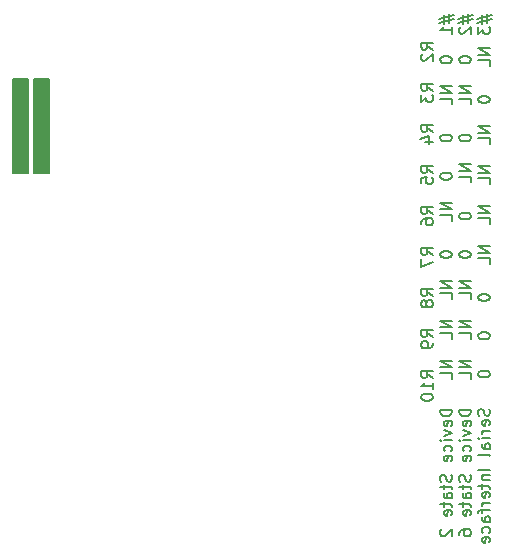
<source format=gbr>
G04 #@! TF.GenerationSoftware,KiCad,Pcbnew,7.0.6*
G04 #@! TF.CreationDate,2023-07-12T10:32:07-06:00*
G04 #@! TF.ProjectId,L1IFStream,4c314946-5374-4726-9561-6d2e6b696361,A*
G04 #@! TF.SameCoordinates,Original*
G04 #@! TF.FileFunction,Legend,Bot*
G04 #@! TF.FilePolarity,Positive*
%FSLAX46Y46*%
G04 Gerber Fmt 4.6, Leading zero omitted, Abs format (unit mm)*
G04 Created by KiCad (PCBNEW 7.0.6) date 2023-07-12 10:32:07*
%MOMM*%
%LPD*%
G01*
G04 APERTURE LIST*
%ADD10C,0.150000*%
G04 APERTURE END LIST*
D10*
X93802200Y-82500000D02*
X95072200Y-82500000D01*
X95072200Y-90500000D01*
X93802200Y-90500000D01*
X93802200Y-82500000D01*
G36*
X93802200Y-82500000D02*
G01*
X95072200Y-82500000D01*
X95072200Y-90500000D01*
X93802200Y-90500000D01*
X93802200Y-82500000D01*
G37*
X92024200Y-82500000D02*
X93319600Y-82500000D01*
X93319600Y-90500000D01*
X92024200Y-90500000D01*
X92024200Y-82500000D01*
G36*
X92024200Y-82500000D02*
G01*
X93319600Y-82500000D01*
X93319600Y-90500000D01*
X92024200Y-90500000D01*
X92024200Y-82500000D01*
G37*
X127579819Y-80028922D02*
X127103628Y-79695589D01*
X127579819Y-79457494D02*
X126579819Y-79457494D01*
X126579819Y-79457494D02*
X126579819Y-79838446D01*
X126579819Y-79838446D02*
X126627438Y-79933684D01*
X126627438Y-79933684D02*
X126675057Y-79981303D01*
X126675057Y-79981303D02*
X126770295Y-80028922D01*
X126770295Y-80028922D02*
X126913152Y-80028922D01*
X126913152Y-80028922D02*
X127008390Y-79981303D01*
X127008390Y-79981303D02*
X127056009Y-79933684D01*
X127056009Y-79933684D02*
X127103628Y-79838446D01*
X127103628Y-79838446D02*
X127103628Y-79457494D01*
X126675057Y-80409875D02*
X126627438Y-80457494D01*
X126627438Y-80457494D02*
X126579819Y-80552732D01*
X126579819Y-80552732D02*
X126579819Y-80790827D01*
X126579819Y-80790827D02*
X126627438Y-80886065D01*
X126627438Y-80886065D02*
X126675057Y-80933684D01*
X126675057Y-80933684D02*
X126770295Y-80981303D01*
X126770295Y-80981303D02*
X126865533Y-80981303D01*
X126865533Y-80981303D02*
X127008390Y-80933684D01*
X127008390Y-80933684D02*
X127579819Y-80362256D01*
X127579819Y-80362256D02*
X127579819Y-80981303D01*
X127579819Y-83505113D02*
X127103628Y-83171780D01*
X127579819Y-82933685D02*
X126579819Y-82933685D01*
X126579819Y-82933685D02*
X126579819Y-83314637D01*
X126579819Y-83314637D02*
X126627438Y-83409875D01*
X126627438Y-83409875D02*
X126675057Y-83457494D01*
X126675057Y-83457494D02*
X126770295Y-83505113D01*
X126770295Y-83505113D02*
X126913152Y-83505113D01*
X126913152Y-83505113D02*
X127008390Y-83457494D01*
X127008390Y-83457494D02*
X127056009Y-83409875D01*
X127056009Y-83409875D02*
X127103628Y-83314637D01*
X127103628Y-83314637D02*
X127103628Y-82933685D01*
X126579819Y-83838447D02*
X126579819Y-84457494D01*
X126579819Y-84457494D02*
X126960771Y-84124161D01*
X126960771Y-84124161D02*
X126960771Y-84267018D01*
X126960771Y-84267018D02*
X127008390Y-84362256D01*
X127008390Y-84362256D02*
X127056009Y-84409875D01*
X127056009Y-84409875D02*
X127151247Y-84457494D01*
X127151247Y-84457494D02*
X127389342Y-84457494D01*
X127389342Y-84457494D02*
X127484580Y-84409875D01*
X127484580Y-84409875D02*
X127532200Y-84362256D01*
X127532200Y-84362256D02*
X127579819Y-84267018D01*
X127579819Y-84267018D02*
X127579819Y-83981304D01*
X127579819Y-83981304D02*
X127532200Y-83886066D01*
X127532200Y-83886066D02*
X127484580Y-83838447D01*
X127579819Y-86981304D02*
X127103628Y-86647971D01*
X127579819Y-86409876D02*
X126579819Y-86409876D01*
X126579819Y-86409876D02*
X126579819Y-86790828D01*
X126579819Y-86790828D02*
X126627438Y-86886066D01*
X126627438Y-86886066D02*
X126675057Y-86933685D01*
X126675057Y-86933685D02*
X126770295Y-86981304D01*
X126770295Y-86981304D02*
X126913152Y-86981304D01*
X126913152Y-86981304D02*
X127008390Y-86933685D01*
X127008390Y-86933685D02*
X127056009Y-86886066D01*
X127056009Y-86886066D02*
X127103628Y-86790828D01*
X127103628Y-86790828D02*
X127103628Y-86409876D01*
X126913152Y-87838447D02*
X127579819Y-87838447D01*
X126532200Y-87600352D02*
X127246485Y-87362257D01*
X127246485Y-87362257D02*
X127246485Y-87981304D01*
X127579819Y-90457495D02*
X127103628Y-90124162D01*
X127579819Y-89886067D02*
X126579819Y-89886067D01*
X126579819Y-89886067D02*
X126579819Y-90267019D01*
X126579819Y-90267019D02*
X126627438Y-90362257D01*
X126627438Y-90362257D02*
X126675057Y-90409876D01*
X126675057Y-90409876D02*
X126770295Y-90457495D01*
X126770295Y-90457495D02*
X126913152Y-90457495D01*
X126913152Y-90457495D02*
X127008390Y-90409876D01*
X127008390Y-90409876D02*
X127056009Y-90362257D01*
X127056009Y-90362257D02*
X127103628Y-90267019D01*
X127103628Y-90267019D02*
X127103628Y-89886067D01*
X126579819Y-91362257D02*
X126579819Y-90886067D01*
X126579819Y-90886067D02*
X127056009Y-90838448D01*
X127056009Y-90838448D02*
X127008390Y-90886067D01*
X127008390Y-90886067D02*
X126960771Y-90981305D01*
X126960771Y-90981305D02*
X126960771Y-91219400D01*
X126960771Y-91219400D02*
X127008390Y-91314638D01*
X127008390Y-91314638D02*
X127056009Y-91362257D01*
X127056009Y-91362257D02*
X127151247Y-91409876D01*
X127151247Y-91409876D02*
X127389342Y-91409876D01*
X127389342Y-91409876D02*
X127484580Y-91362257D01*
X127484580Y-91362257D02*
X127532200Y-91314638D01*
X127532200Y-91314638D02*
X127579819Y-91219400D01*
X127579819Y-91219400D02*
X127579819Y-90981305D01*
X127579819Y-90981305D02*
X127532200Y-90886067D01*
X127532200Y-90886067D02*
X127484580Y-90838448D01*
X127579819Y-93933686D02*
X127103628Y-93600353D01*
X127579819Y-93362258D02*
X126579819Y-93362258D01*
X126579819Y-93362258D02*
X126579819Y-93743210D01*
X126579819Y-93743210D02*
X126627438Y-93838448D01*
X126627438Y-93838448D02*
X126675057Y-93886067D01*
X126675057Y-93886067D02*
X126770295Y-93933686D01*
X126770295Y-93933686D02*
X126913152Y-93933686D01*
X126913152Y-93933686D02*
X127008390Y-93886067D01*
X127008390Y-93886067D02*
X127056009Y-93838448D01*
X127056009Y-93838448D02*
X127103628Y-93743210D01*
X127103628Y-93743210D02*
X127103628Y-93362258D01*
X126579819Y-94790829D02*
X126579819Y-94600353D01*
X126579819Y-94600353D02*
X126627438Y-94505115D01*
X126627438Y-94505115D02*
X126675057Y-94457496D01*
X126675057Y-94457496D02*
X126817914Y-94362258D01*
X126817914Y-94362258D02*
X127008390Y-94314639D01*
X127008390Y-94314639D02*
X127389342Y-94314639D01*
X127389342Y-94314639D02*
X127484580Y-94362258D01*
X127484580Y-94362258D02*
X127532200Y-94409877D01*
X127532200Y-94409877D02*
X127579819Y-94505115D01*
X127579819Y-94505115D02*
X127579819Y-94695591D01*
X127579819Y-94695591D02*
X127532200Y-94790829D01*
X127532200Y-94790829D02*
X127484580Y-94838448D01*
X127484580Y-94838448D02*
X127389342Y-94886067D01*
X127389342Y-94886067D02*
X127151247Y-94886067D01*
X127151247Y-94886067D02*
X127056009Y-94838448D01*
X127056009Y-94838448D02*
X127008390Y-94790829D01*
X127008390Y-94790829D02*
X126960771Y-94695591D01*
X126960771Y-94695591D02*
X126960771Y-94505115D01*
X126960771Y-94505115D02*
X127008390Y-94409877D01*
X127008390Y-94409877D02*
X127056009Y-94362258D01*
X127056009Y-94362258D02*
X127151247Y-94314639D01*
X127579819Y-97409877D02*
X127103628Y-97076544D01*
X127579819Y-96838449D02*
X126579819Y-96838449D01*
X126579819Y-96838449D02*
X126579819Y-97219401D01*
X126579819Y-97219401D02*
X126627438Y-97314639D01*
X126627438Y-97314639D02*
X126675057Y-97362258D01*
X126675057Y-97362258D02*
X126770295Y-97409877D01*
X126770295Y-97409877D02*
X126913152Y-97409877D01*
X126913152Y-97409877D02*
X127008390Y-97362258D01*
X127008390Y-97362258D02*
X127056009Y-97314639D01*
X127056009Y-97314639D02*
X127103628Y-97219401D01*
X127103628Y-97219401D02*
X127103628Y-96838449D01*
X126579819Y-97743211D02*
X126579819Y-98409877D01*
X126579819Y-98409877D02*
X127579819Y-97981306D01*
X127579819Y-100886068D02*
X127103628Y-100552735D01*
X127579819Y-100314640D02*
X126579819Y-100314640D01*
X126579819Y-100314640D02*
X126579819Y-100695592D01*
X126579819Y-100695592D02*
X126627438Y-100790830D01*
X126627438Y-100790830D02*
X126675057Y-100838449D01*
X126675057Y-100838449D02*
X126770295Y-100886068D01*
X126770295Y-100886068D02*
X126913152Y-100886068D01*
X126913152Y-100886068D02*
X127008390Y-100838449D01*
X127008390Y-100838449D02*
X127056009Y-100790830D01*
X127056009Y-100790830D02*
X127103628Y-100695592D01*
X127103628Y-100695592D02*
X127103628Y-100314640D01*
X127008390Y-101457497D02*
X126960771Y-101362259D01*
X126960771Y-101362259D02*
X126913152Y-101314640D01*
X126913152Y-101314640D02*
X126817914Y-101267021D01*
X126817914Y-101267021D02*
X126770295Y-101267021D01*
X126770295Y-101267021D02*
X126675057Y-101314640D01*
X126675057Y-101314640D02*
X126627438Y-101362259D01*
X126627438Y-101362259D02*
X126579819Y-101457497D01*
X126579819Y-101457497D02*
X126579819Y-101647973D01*
X126579819Y-101647973D02*
X126627438Y-101743211D01*
X126627438Y-101743211D02*
X126675057Y-101790830D01*
X126675057Y-101790830D02*
X126770295Y-101838449D01*
X126770295Y-101838449D02*
X126817914Y-101838449D01*
X126817914Y-101838449D02*
X126913152Y-101790830D01*
X126913152Y-101790830D02*
X126960771Y-101743211D01*
X126960771Y-101743211D02*
X127008390Y-101647973D01*
X127008390Y-101647973D02*
X127008390Y-101457497D01*
X127008390Y-101457497D02*
X127056009Y-101362259D01*
X127056009Y-101362259D02*
X127103628Y-101314640D01*
X127103628Y-101314640D02*
X127198866Y-101267021D01*
X127198866Y-101267021D02*
X127389342Y-101267021D01*
X127389342Y-101267021D02*
X127484580Y-101314640D01*
X127484580Y-101314640D02*
X127532200Y-101362259D01*
X127532200Y-101362259D02*
X127579819Y-101457497D01*
X127579819Y-101457497D02*
X127579819Y-101647973D01*
X127579819Y-101647973D02*
X127532200Y-101743211D01*
X127532200Y-101743211D02*
X127484580Y-101790830D01*
X127484580Y-101790830D02*
X127389342Y-101838449D01*
X127389342Y-101838449D02*
X127198866Y-101838449D01*
X127198866Y-101838449D02*
X127103628Y-101790830D01*
X127103628Y-101790830D02*
X127056009Y-101743211D01*
X127056009Y-101743211D02*
X127008390Y-101647973D01*
X127579819Y-104362259D02*
X127103628Y-104028926D01*
X127579819Y-103790831D02*
X126579819Y-103790831D01*
X126579819Y-103790831D02*
X126579819Y-104171783D01*
X126579819Y-104171783D02*
X126627438Y-104267021D01*
X126627438Y-104267021D02*
X126675057Y-104314640D01*
X126675057Y-104314640D02*
X126770295Y-104362259D01*
X126770295Y-104362259D02*
X126913152Y-104362259D01*
X126913152Y-104362259D02*
X127008390Y-104314640D01*
X127008390Y-104314640D02*
X127056009Y-104267021D01*
X127056009Y-104267021D02*
X127103628Y-104171783D01*
X127103628Y-104171783D02*
X127103628Y-103790831D01*
X127579819Y-104838450D02*
X127579819Y-105028926D01*
X127579819Y-105028926D02*
X127532200Y-105124164D01*
X127532200Y-105124164D02*
X127484580Y-105171783D01*
X127484580Y-105171783D02*
X127341723Y-105267021D01*
X127341723Y-105267021D02*
X127151247Y-105314640D01*
X127151247Y-105314640D02*
X126770295Y-105314640D01*
X126770295Y-105314640D02*
X126675057Y-105267021D01*
X126675057Y-105267021D02*
X126627438Y-105219402D01*
X126627438Y-105219402D02*
X126579819Y-105124164D01*
X126579819Y-105124164D02*
X126579819Y-104933688D01*
X126579819Y-104933688D02*
X126627438Y-104838450D01*
X126627438Y-104838450D02*
X126675057Y-104790831D01*
X126675057Y-104790831D02*
X126770295Y-104743212D01*
X126770295Y-104743212D02*
X127008390Y-104743212D01*
X127008390Y-104743212D02*
X127103628Y-104790831D01*
X127103628Y-104790831D02*
X127151247Y-104838450D01*
X127151247Y-104838450D02*
X127198866Y-104933688D01*
X127198866Y-104933688D02*
X127198866Y-105124164D01*
X127198866Y-105124164D02*
X127151247Y-105219402D01*
X127151247Y-105219402D02*
X127103628Y-105267021D01*
X127103628Y-105267021D02*
X127008390Y-105314640D01*
X127579819Y-107838450D02*
X127103628Y-107505117D01*
X127579819Y-107267022D02*
X126579819Y-107267022D01*
X126579819Y-107267022D02*
X126579819Y-107647974D01*
X126579819Y-107647974D02*
X126627438Y-107743212D01*
X126627438Y-107743212D02*
X126675057Y-107790831D01*
X126675057Y-107790831D02*
X126770295Y-107838450D01*
X126770295Y-107838450D02*
X126913152Y-107838450D01*
X126913152Y-107838450D02*
X127008390Y-107790831D01*
X127008390Y-107790831D02*
X127056009Y-107743212D01*
X127056009Y-107743212D02*
X127103628Y-107647974D01*
X127103628Y-107647974D02*
X127103628Y-107267022D01*
X127579819Y-108790831D02*
X127579819Y-108219403D01*
X127579819Y-108505117D02*
X126579819Y-108505117D01*
X126579819Y-108505117D02*
X126722676Y-108409879D01*
X126722676Y-108409879D02*
X126817914Y-108314641D01*
X126817914Y-108314641D02*
X126865533Y-108219403D01*
X126579819Y-109409879D02*
X126579819Y-109505117D01*
X126579819Y-109505117D02*
X126627438Y-109600355D01*
X126627438Y-109600355D02*
X126675057Y-109647974D01*
X126675057Y-109647974D02*
X126770295Y-109695593D01*
X126770295Y-109695593D02*
X126960771Y-109743212D01*
X126960771Y-109743212D02*
X127198866Y-109743212D01*
X127198866Y-109743212D02*
X127389342Y-109695593D01*
X127389342Y-109695593D02*
X127484580Y-109647974D01*
X127484580Y-109647974D02*
X127532200Y-109600355D01*
X127532200Y-109600355D02*
X127579819Y-109505117D01*
X127579819Y-109505117D02*
X127579819Y-109409879D01*
X127579819Y-109409879D02*
X127532200Y-109314641D01*
X127532200Y-109314641D02*
X127484580Y-109267022D01*
X127484580Y-109267022D02*
X127389342Y-109219403D01*
X127389342Y-109219403D02*
X127198866Y-109171784D01*
X127198866Y-109171784D02*
X126960771Y-109171784D01*
X126960771Y-109171784D02*
X126770295Y-109219403D01*
X126770295Y-109219403D02*
X126675057Y-109267022D01*
X126675057Y-109267022D02*
X126627438Y-109314641D01*
X126627438Y-109314641D02*
X126579819Y-109409879D01*
X128523152Y-77124160D02*
X128523152Y-77838445D01*
X128094580Y-77409874D02*
X129380295Y-77124160D01*
X128951723Y-77743207D02*
X128951723Y-77028922D01*
X129380295Y-77457493D02*
X128094580Y-77743207D01*
X129189819Y-78695588D02*
X129189819Y-78124160D01*
X129189819Y-78409874D02*
X128189819Y-78409874D01*
X128189819Y-78409874D02*
X128332676Y-78314636D01*
X128332676Y-78314636D02*
X128427914Y-78219398D01*
X128427914Y-78219398D02*
X128475533Y-78124160D01*
X128189819Y-80838446D02*
X128189819Y-80933684D01*
X128189819Y-80933684D02*
X128237438Y-81028922D01*
X128237438Y-81028922D02*
X128285057Y-81076541D01*
X128285057Y-81076541D02*
X128380295Y-81124160D01*
X128380295Y-81124160D02*
X128570771Y-81171779D01*
X128570771Y-81171779D02*
X128808866Y-81171779D01*
X128808866Y-81171779D02*
X128999342Y-81124160D01*
X128999342Y-81124160D02*
X129094580Y-81076541D01*
X129094580Y-81076541D02*
X129142200Y-81028922D01*
X129142200Y-81028922D02*
X129189819Y-80933684D01*
X129189819Y-80933684D02*
X129189819Y-80838446D01*
X129189819Y-80838446D02*
X129142200Y-80743208D01*
X129142200Y-80743208D02*
X129094580Y-80695589D01*
X129094580Y-80695589D02*
X128999342Y-80647970D01*
X128999342Y-80647970D02*
X128808866Y-80600351D01*
X128808866Y-80600351D02*
X128570771Y-80600351D01*
X128570771Y-80600351D02*
X128380295Y-80647970D01*
X128380295Y-80647970D02*
X128285057Y-80695589D01*
X128285057Y-80695589D02*
X128237438Y-80743208D01*
X128237438Y-80743208D02*
X128189819Y-80838446D01*
X129189819Y-83124161D02*
X128189819Y-83124161D01*
X128189819Y-83124161D02*
X129189819Y-83695589D01*
X129189819Y-83695589D02*
X128189819Y-83695589D01*
X129189819Y-84647970D02*
X129189819Y-84171780D01*
X129189819Y-84171780D02*
X128189819Y-84171780D01*
X128189819Y-87457495D02*
X128189819Y-87552733D01*
X128189819Y-87552733D02*
X128237438Y-87647971D01*
X128237438Y-87647971D02*
X128285057Y-87695590D01*
X128285057Y-87695590D02*
X128380295Y-87743209D01*
X128380295Y-87743209D02*
X128570771Y-87790828D01*
X128570771Y-87790828D02*
X128808866Y-87790828D01*
X128808866Y-87790828D02*
X128999342Y-87743209D01*
X128999342Y-87743209D02*
X129094580Y-87695590D01*
X129094580Y-87695590D02*
X129142200Y-87647971D01*
X129142200Y-87647971D02*
X129189819Y-87552733D01*
X129189819Y-87552733D02*
X129189819Y-87457495D01*
X129189819Y-87457495D02*
X129142200Y-87362257D01*
X129142200Y-87362257D02*
X129094580Y-87314638D01*
X129094580Y-87314638D02*
X128999342Y-87267019D01*
X128999342Y-87267019D02*
X128808866Y-87219400D01*
X128808866Y-87219400D02*
X128570771Y-87219400D01*
X128570771Y-87219400D02*
X128380295Y-87267019D01*
X128380295Y-87267019D02*
X128285057Y-87314638D01*
X128285057Y-87314638D02*
X128237438Y-87362257D01*
X128237438Y-87362257D02*
X128189819Y-87457495D01*
X128189819Y-90695591D02*
X128189819Y-90790829D01*
X128189819Y-90790829D02*
X128237438Y-90886067D01*
X128237438Y-90886067D02*
X128285057Y-90933686D01*
X128285057Y-90933686D02*
X128380295Y-90981305D01*
X128380295Y-90981305D02*
X128570771Y-91028924D01*
X128570771Y-91028924D02*
X128808866Y-91028924D01*
X128808866Y-91028924D02*
X128999342Y-90981305D01*
X128999342Y-90981305D02*
X129094580Y-90933686D01*
X129094580Y-90933686D02*
X129142200Y-90886067D01*
X129142200Y-90886067D02*
X129189819Y-90790829D01*
X129189819Y-90790829D02*
X129189819Y-90695591D01*
X129189819Y-90695591D02*
X129142200Y-90600353D01*
X129142200Y-90600353D02*
X129094580Y-90552734D01*
X129094580Y-90552734D02*
X128999342Y-90505115D01*
X128999342Y-90505115D02*
X128808866Y-90457496D01*
X128808866Y-90457496D02*
X128570771Y-90457496D01*
X128570771Y-90457496D02*
X128380295Y-90505115D01*
X128380295Y-90505115D02*
X128285057Y-90552734D01*
X128285057Y-90552734D02*
X128237438Y-90600353D01*
X128237438Y-90600353D02*
X128189819Y-90695591D01*
X129189819Y-92981306D02*
X128189819Y-92981306D01*
X128189819Y-92981306D02*
X129189819Y-93552734D01*
X129189819Y-93552734D02*
X128189819Y-93552734D01*
X129189819Y-94505115D02*
X129189819Y-94028925D01*
X129189819Y-94028925D02*
X128189819Y-94028925D01*
X128189819Y-97314640D02*
X128189819Y-97409878D01*
X128189819Y-97409878D02*
X128237438Y-97505116D01*
X128237438Y-97505116D02*
X128285057Y-97552735D01*
X128285057Y-97552735D02*
X128380295Y-97600354D01*
X128380295Y-97600354D02*
X128570771Y-97647973D01*
X128570771Y-97647973D02*
X128808866Y-97647973D01*
X128808866Y-97647973D02*
X128999342Y-97600354D01*
X128999342Y-97600354D02*
X129094580Y-97552735D01*
X129094580Y-97552735D02*
X129142200Y-97505116D01*
X129142200Y-97505116D02*
X129189819Y-97409878D01*
X129189819Y-97409878D02*
X129189819Y-97314640D01*
X129189819Y-97314640D02*
X129142200Y-97219402D01*
X129142200Y-97219402D02*
X129094580Y-97171783D01*
X129094580Y-97171783D02*
X128999342Y-97124164D01*
X128999342Y-97124164D02*
X128808866Y-97076545D01*
X128808866Y-97076545D02*
X128570771Y-97076545D01*
X128570771Y-97076545D02*
X128380295Y-97124164D01*
X128380295Y-97124164D02*
X128285057Y-97171783D01*
X128285057Y-97171783D02*
X128237438Y-97219402D01*
X128237438Y-97219402D02*
X128189819Y-97314640D01*
X129189819Y-99600355D02*
X128189819Y-99600355D01*
X128189819Y-99600355D02*
X129189819Y-100171783D01*
X129189819Y-100171783D02*
X128189819Y-100171783D01*
X129189819Y-101124164D02*
X129189819Y-100647974D01*
X129189819Y-100647974D02*
X128189819Y-100647974D01*
X129189819Y-102981308D02*
X128189819Y-102981308D01*
X128189819Y-102981308D02*
X129189819Y-103552736D01*
X129189819Y-103552736D02*
X128189819Y-103552736D01*
X129189819Y-104505117D02*
X129189819Y-104028927D01*
X129189819Y-104028927D02*
X128189819Y-104028927D01*
X129189819Y-106362261D02*
X128189819Y-106362261D01*
X128189819Y-106362261D02*
X129189819Y-106933689D01*
X129189819Y-106933689D02*
X128189819Y-106933689D01*
X129189819Y-107886070D02*
X129189819Y-107409880D01*
X129189819Y-107409880D02*
X128189819Y-107409880D01*
X129189819Y-110505119D02*
X128189819Y-110505119D01*
X128189819Y-110505119D02*
X128189819Y-110743214D01*
X128189819Y-110743214D02*
X128237438Y-110886071D01*
X128237438Y-110886071D02*
X128332676Y-110981309D01*
X128332676Y-110981309D02*
X128427914Y-111028928D01*
X128427914Y-111028928D02*
X128618390Y-111076547D01*
X128618390Y-111076547D02*
X128761247Y-111076547D01*
X128761247Y-111076547D02*
X128951723Y-111028928D01*
X128951723Y-111028928D02*
X129046961Y-110981309D01*
X129046961Y-110981309D02*
X129142200Y-110886071D01*
X129142200Y-110886071D02*
X129189819Y-110743214D01*
X129189819Y-110743214D02*
X129189819Y-110505119D01*
X129142200Y-111886071D02*
X129189819Y-111790833D01*
X129189819Y-111790833D02*
X129189819Y-111600357D01*
X129189819Y-111600357D02*
X129142200Y-111505119D01*
X129142200Y-111505119D02*
X129046961Y-111457500D01*
X129046961Y-111457500D02*
X128666009Y-111457500D01*
X128666009Y-111457500D02*
X128570771Y-111505119D01*
X128570771Y-111505119D02*
X128523152Y-111600357D01*
X128523152Y-111600357D02*
X128523152Y-111790833D01*
X128523152Y-111790833D02*
X128570771Y-111886071D01*
X128570771Y-111886071D02*
X128666009Y-111933690D01*
X128666009Y-111933690D02*
X128761247Y-111933690D01*
X128761247Y-111933690D02*
X128856485Y-111457500D01*
X128523152Y-112267024D02*
X129189819Y-112505119D01*
X129189819Y-112505119D02*
X128523152Y-112743214D01*
X129189819Y-113124167D02*
X128523152Y-113124167D01*
X128189819Y-113124167D02*
X128237438Y-113076548D01*
X128237438Y-113076548D02*
X128285057Y-113124167D01*
X128285057Y-113124167D02*
X128237438Y-113171786D01*
X128237438Y-113171786D02*
X128189819Y-113124167D01*
X128189819Y-113124167D02*
X128285057Y-113124167D01*
X129142200Y-114028928D02*
X129189819Y-113933690D01*
X129189819Y-113933690D02*
X129189819Y-113743214D01*
X129189819Y-113743214D02*
X129142200Y-113647976D01*
X129142200Y-113647976D02*
X129094580Y-113600357D01*
X129094580Y-113600357D02*
X128999342Y-113552738D01*
X128999342Y-113552738D02*
X128713628Y-113552738D01*
X128713628Y-113552738D02*
X128618390Y-113600357D01*
X128618390Y-113600357D02*
X128570771Y-113647976D01*
X128570771Y-113647976D02*
X128523152Y-113743214D01*
X128523152Y-113743214D02*
X128523152Y-113933690D01*
X128523152Y-113933690D02*
X128570771Y-114028928D01*
X129142200Y-114838452D02*
X129189819Y-114743214D01*
X129189819Y-114743214D02*
X129189819Y-114552738D01*
X129189819Y-114552738D02*
X129142200Y-114457500D01*
X129142200Y-114457500D02*
X129046961Y-114409881D01*
X129046961Y-114409881D02*
X128666009Y-114409881D01*
X128666009Y-114409881D02*
X128570771Y-114457500D01*
X128570771Y-114457500D02*
X128523152Y-114552738D01*
X128523152Y-114552738D02*
X128523152Y-114743214D01*
X128523152Y-114743214D02*
X128570771Y-114838452D01*
X128570771Y-114838452D02*
X128666009Y-114886071D01*
X128666009Y-114886071D02*
X128761247Y-114886071D01*
X128761247Y-114886071D02*
X128856485Y-114409881D01*
X129142200Y-116028929D02*
X129189819Y-116171786D01*
X129189819Y-116171786D02*
X129189819Y-116409881D01*
X129189819Y-116409881D02*
X129142200Y-116505119D01*
X129142200Y-116505119D02*
X129094580Y-116552738D01*
X129094580Y-116552738D02*
X128999342Y-116600357D01*
X128999342Y-116600357D02*
X128904104Y-116600357D01*
X128904104Y-116600357D02*
X128808866Y-116552738D01*
X128808866Y-116552738D02*
X128761247Y-116505119D01*
X128761247Y-116505119D02*
X128713628Y-116409881D01*
X128713628Y-116409881D02*
X128666009Y-116219405D01*
X128666009Y-116219405D02*
X128618390Y-116124167D01*
X128618390Y-116124167D02*
X128570771Y-116076548D01*
X128570771Y-116076548D02*
X128475533Y-116028929D01*
X128475533Y-116028929D02*
X128380295Y-116028929D01*
X128380295Y-116028929D02*
X128285057Y-116076548D01*
X128285057Y-116076548D02*
X128237438Y-116124167D01*
X128237438Y-116124167D02*
X128189819Y-116219405D01*
X128189819Y-116219405D02*
X128189819Y-116457500D01*
X128189819Y-116457500D02*
X128237438Y-116600357D01*
X128523152Y-116886072D02*
X128523152Y-117267024D01*
X128189819Y-117028929D02*
X129046961Y-117028929D01*
X129046961Y-117028929D02*
X129142200Y-117076548D01*
X129142200Y-117076548D02*
X129189819Y-117171786D01*
X129189819Y-117171786D02*
X129189819Y-117267024D01*
X129189819Y-118028929D02*
X128666009Y-118028929D01*
X128666009Y-118028929D02*
X128570771Y-117981310D01*
X128570771Y-117981310D02*
X128523152Y-117886072D01*
X128523152Y-117886072D02*
X128523152Y-117695596D01*
X128523152Y-117695596D02*
X128570771Y-117600358D01*
X129142200Y-118028929D02*
X129189819Y-117933691D01*
X129189819Y-117933691D02*
X129189819Y-117695596D01*
X129189819Y-117695596D02*
X129142200Y-117600358D01*
X129142200Y-117600358D02*
X129046961Y-117552739D01*
X129046961Y-117552739D02*
X128951723Y-117552739D01*
X128951723Y-117552739D02*
X128856485Y-117600358D01*
X128856485Y-117600358D02*
X128808866Y-117695596D01*
X128808866Y-117695596D02*
X128808866Y-117933691D01*
X128808866Y-117933691D02*
X128761247Y-118028929D01*
X128523152Y-118362263D02*
X128523152Y-118743215D01*
X128189819Y-118505120D02*
X129046961Y-118505120D01*
X129046961Y-118505120D02*
X129142200Y-118552739D01*
X129142200Y-118552739D02*
X129189819Y-118647977D01*
X129189819Y-118647977D02*
X129189819Y-118743215D01*
X129142200Y-119457501D02*
X129189819Y-119362263D01*
X129189819Y-119362263D02*
X129189819Y-119171787D01*
X129189819Y-119171787D02*
X129142200Y-119076549D01*
X129142200Y-119076549D02*
X129046961Y-119028930D01*
X129046961Y-119028930D02*
X128666009Y-119028930D01*
X128666009Y-119028930D02*
X128570771Y-119076549D01*
X128570771Y-119076549D02*
X128523152Y-119171787D01*
X128523152Y-119171787D02*
X128523152Y-119362263D01*
X128523152Y-119362263D02*
X128570771Y-119457501D01*
X128570771Y-119457501D02*
X128666009Y-119505120D01*
X128666009Y-119505120D02*
X128761247Y-119505120D01*
X128761247Y-119505120D02*
X128856485Y-119028930D01*
X128285057Y-120647978D02*
X128237438Y-120695597D01*
X128237438Y-120695597D02*
X128189819Y-120790835D01*
X128189819Y-120790835D02*
X128189819Y-121028930D01*
X128189819Y-121028930D02*
X128237438Y-121124168D01*
X128237438Y-121124168D02*
X128285057Y-121171787D01*
X128285057Y-121171787D02*
X128380295Y-121219406D01*
X128380295Y-121219406D02*
X128475533Y-121219406D01*
X128475533Y-121219406D02*
X128618390Y-121171787D01*
X128618390Y-121171787D02*
X129189819Y-120600359D01*
X129189819Y-120600359D02*
X129189819Y-121219406D01*
X130133152Y-77124160D02*
X130133152Y-77838445D01*
X129704580Y-77409874D02*
X130990295Y-77124160D01*
X130561723Y-77743207D02*
X130561723Y-77028922D01*
X130990295Y-77457493D02*
X129704580Y-77743207D01*
X129895057Y-78124160D02*
X129847438Y-78171779D01*
X129847438Y-78171779D02*
X129799819Y-78267017D01*
X129799819Y-78267017D02*
X129799819Y-78505112D01*
X129799819Y-78505112D02*
X129847438Y-78600350D01*
X129847438Y-78600350D02*
X129895057Y-78647969D01*
X129895057Y-78647969D02*
X129990295Y-78695588D01*
X129990295Y-78695588D02*
X130085533Y-78695588D01*
X130085533Y-78695588D02*
X130228390Y-78647969D01*
X130228390Y-78647969D02*
X130799819Y-78076541D01*
X130799819Y-78076541D02*
X130799819Y-78695588D01*
X129799819Y-80838446D02*
X129799819Y-80933684D01*
X129799819Y-80933684D02*
X129847438Y-81028922D01*
X129847438Y-81028922D02*
X129895057Y-81076541D01*
X129895057Y-81076541D02*
X129990295Y-81124160D01*
X129990295Y-81124160D02*
X130180771Y-81171779D01*
X130180771Y-81171779D02*
X130418866Y-81171779D01*
X130418866Y-81171779D02*
X130609342Y-81124160D01*
X130609342Y-81124160D02*
X130704580Y-81076541D01*
X130704580Y-81076541D02*
X130752200Y-81028922D01*
X130752200Y-81028922D02*
X130799819Y-80933684D01*
X130799819Y-80933684D02*
X130799819Y-80838446D01*
X130799819Y-80838446D02*
X130752200Y-80743208D01*
X130752200Y-80743208D02*
X130704580Y-80695589D01*
X130704580Y-80695589D02*
X130609342Y-80647970D01*
X130609342Y-80647970D02*
X130418866Y-80600351D01*
X130418866Y-80600351D02*
X130180771Y-80600351D01*
X130180771Y-80600351D02*
X129990295Y-80647970D01*
X129990295Y-80647970D02*
X129895057Y-80695589D01*
X129895057Y-80695589D02*
X129847438Y-80743208D01*
X129847438Y-80743208D02*
X129799819Y-80838446D01*
X130799819Y-83124161D02*
X129799819Y-83124161D01*
X129799819Y-83124161D02*
X130799819Y-83695589D01*
X130799819Y-83695589D02*
X129799819Y-83695589D01*
X130799819Y-84647970D02*
X130799819Y-84171780D01*
X130799819Y-84171780D02*
X129799819Y-84171780D01*
X129799819Y-87457495D02*
X129799819Y-87552733D01*
X129799819Y-87552733D02*
X129847438Y-87647971D01*
X129847438Y-87647971D02*
X129895057Y-87695590D01*
X129895057Y-87695590D02*
X129990295Y-87743209D01*
X129990295Y-87743209D02*
X130180771Y-87790828D01*
X130180771Y-87790828D02*
X130418866Y-87790828D01*
X130418866Y-87790828D02*
X130609342Y-87743209D01*
X130609342Y-87743209D02*
X130704580Y-87695590D01*
X130704580Y-87695590D02*
X130752200Y-87647971D01*
X130752200Y-87647971D02*
X130799819Y-87552733D01*
X130799819Y-87552733D02*
X130799819Y-87457495D01*
X130799819Y-87457495D02*
X130752200Y-87362257D01*
X130752200Y-87362257D02*
X130704580Y-87314638D01*
X130704580Y-87314638D02*
X130609342Y-87267019D01*
X130609342Y-87267019D02*
X130418866Y-87219400D01*
X130418866Y-87219400D02*
X130180771Y-87219400D01*
X130180771Y-87219400D02*
X129990295Y-87267019D01*
X129990295Y-87267019D02*
X129895057Y-87314638D01*
X129895057Y-87314638D02*
X129847438Y-87362257D01*
X129847438Y-87362257D02*
X129799819Y-87457495D01*
X130799819Y-89743210D02*
X129799819Y-89743210D01*
X129799819Y-89743210D02*
X130799819Y-90314638D01*
X130799819Y-90314638D02*
X129799819Y-90314638D01*
X130799819Y-91267019D02*
X130799819Y-90790829D01*
X130799819Y-90790829D02*
X129799819Y-90790829D01*
X129799819Y-94076544D02*
X129799819Y-94171782D01*
X129799819Y-94171782D02*
X129847438Y-94267020D01*
X129847438Y-94267020D02*
X129895057Y-94314639D01*
X129895057Y-94314639D02*
X129990295Y-94362258D01*
X129990295Y-94362258D02*
X130180771Y-94409877D01*
X130180771Y-94409877D02*
X130418866Y-94409877D01*
X130418866Y-94409877D02*
X130609342Y-94362258D01*
X130609342Y-94362258D02*
X130704580Y-94314639D01*
X130704580Y-94314639D02*
X130752200Y-94267020D01*
X130752200Y-94267020D02*
X130799819Y-94171782D01*
X130799819Y-94171782D02*
X130799819Y-94076544D01*
X130799819Y-94076544D02*
X130752200Y-93981306D01*
X130752200Y-93981306D02*
X130704580Y-93933687D01*
X130704580Y-93933687D02*
X130609342Y-93886068D01*
X130609342Y-93886068D02*
X130418866Y-93838449D01*
X130418866Y-93838449D02*
X130180771Y-93838449D01*
X130180771Y-93838449D02*
X129990295Y-93886068D01*
X129990295Y-93886068D02*
X129895057Y-93933687D01*
X129895057Y-93933687D02*
X129847438Y-93981306D01*
X129847438Y-93981306D02*
X129799819Y-94076544D01*
X129799819Y-97314640D02*
X129799819Y-97409878D01*
X129799819Y-97409878D02*
X129847438Y-97505116D01*
X129847438Y-97505116D02*
X129895057Y-97552735D01*
X129895057Y-97552735D02*
X129990295Y-97600354D01*
X129990295Y-97600354D02*
X130180771Y-97647973D01*
X130180771Y-97647973D02*
X130418866Y-97647973D01*
X130418866Y-97647973D02*
X130609342Y-97600354D01*
X130609342Y-97600354D02*
X130704580Y-97552735D01*
X130704580Y-97552735D02*
X130752200Y-97505116D01*
X130752200Y-97505116D02*
X130799819Y-97409878D01*
X130799819Y-97409878D02*
X130799819Y-97314640D01*
X130799819Y-97314640D02*
X130752200Y-97219402D01*
X130752200Y-97219402D02*
X130704580Y-97171783D01*
X130704580Y-97171783D02*
X130609342Y-97124164D01*
X130609342Y-97124164D02*
X130418866Y-97076545D01*
X130418866Y-97076545D02*
X130180771Y-97076545D01*
X130180771Y-97076545D02*
X129990295Y-97124164D01*
X129990295Y-97124164D02*
X129895057Y-97171783D01*
X129895057Y-97171783D02*
X129847438Y-97219402D01*
X129847438Y-97219402D02*
X129799819Y-97314640D01*
X130799819Y-99600355D02*
X129799819Y-99600355D01*
X129799819Y-99600355D02*
X130799819Y-100171783D01*
X130799819Y-100171783D02*
X129799819Y-100171783D01*
X130799819Y-101124164D02*
X130799819Y-100647974D01*
X130799819Y-100647974D02*
X129799819Y-100647974D01*
X130799819Y-102981308D02*
X129799819Y-102981308D01*
X129799819Y-102981308D02*
X130799819Y-103552736D01*
X130799819Y-103552736D02*
X129799819Y-103552736D01*
X130799819Y-104505117D02*
X130799819Y-104028927D01*
X130799819Y-104028927D02*
X129799819Y-104028927D01*
X130799819Y-106362261D02*
X129799819Y-106362261D01*
X129799819Y-106362261D02*
X130799819Y-106933689D01*
X130799819Y-106933689D02*
X129799819Y-106933689D01*
X130799819Y-107886070D02*
X130799819Y-107409880D01*
X130799819Y-107409880D02*
X129799819Y-107409880D01*
X130799819Y-110505119D02*
X129799819Y-110505119D01*
X129799819Y-110505119D02*
X129799819Y-110743214D01*
X129799819Y-110743214D02*
X129847438Y-110886071D01*
X129847438Y-110886071D02*
X129942676Y-110981309D01*
X129942676Y-110981309D02*
X130037914Y-111028928D01*
X130037914Y-111028928D02*
X130228390Y-111076547D01*
X130228390Y-111076547D02*
X130371247Y-111076547D01*
X130371247Y-111076547D02*
X130561723Y-111028928D01*
X130561723Y-111028928D02*
X130656961Y-110981309D01*
X130656961Y-110981309D02*
X130752200Y-110886071D01*
X130752200Y-110886071D02*
X130799819Y-110743214D01*
X130799819Y-110743214D02*
X130799819Y-110505119D01*
X130752200Y-111886071D02*
X130799819Y-111790833D01*
X130799819Y-111790833D02*
X130799819Y-111600357D01*
X130799819Y-111600357D02*
X130752200Y-111505119D01*
X130752200Y-111505119D02*
X130656961Y-111457500D01*
X130656961Y-111457500D02*
X130276009Y-111457500D01*
X130276009Y-111457500D02*
X130180771Y-111505119D01*
X130180771Y-111505119D02*
X130133152Y-111600357D01*
X130133152Y-111600357D02*
X130133152Y-111790833D01*
X130133152Y-111790833D02*
X130180771Y-111886071D01*
X130180771Y-111886071D02*
X130276009Y-111933690D01*
X130276009Y-111933690D02*
X130371247Y-111933690D01*
X130371247Y-111933690D02*
X130466485Y-111457500D01*
X130133152Y-112267024D02*
X130799819Y-112505119D01*
X130799819Y-112505119D02*
X130133152Y-112743214D01*
X130799819Y-113124167D02*
X130133152Y-113124167D01*
X129799819Y-113124167D02*
X129847438Y-113076548D01*
X129847438Y-113076548D02*
X129895057Y-113124167D01*
X129895057Y-113124167D02*
X129847438Y-113171786D01*
X129847438Y-113171786D02*
X129799819Y-113124167D01*
X129799819Y-113124167D02*
X129895057Y-113124167D01*
X130752200Y-114028928D02*
X130799819Y-113933690D01*
X130799819Y-113933690D02*
X130799819Y-113743214D01*
X130799819Y-113743214D02*
X130752200Y-113647976D01*
X130752200Y-113647976D02*
X130704580Y-113600357D01*
X130704580Y-113600357D02*
X130609342Y-113552738D01*
X130609342Y-113552738D02*
X130323628Y-113552738D01*
X130323628Y-113552738D02*
X130228390Y-113600357D01*
X130228390Y-113600357D02*
X130180771Y-113647976D01*
X130180771Y-113647976D02*
X130133152Y-113743214D01*
X130133152Y-113743214D02*
X130133152Y-113933690D01*
X130133152Y-113933690D02*
X130180771Y-114028928D01*
X130752200Y-114838452D02*
X130799819Y-114743214D01*
X130799819Y-114743214D02*
X130799819Y-114552738D01*
X130799819Y-114552738D02*
X130752200Y-114457500D01*
X130752200Y-114457500D02*
X130656961Y-114409881D01*
X130656961Y-114409881D02*
X130276009Y-114409881D01*
X130276009Y-114409881D02*
X130180771Y-114457500D01*
X130180771Y-114457500D02*
X130133152Y-114552738D01*
X130133152Y-114552738D02*
X130133152Y-114743214D01*
X130133152Y-114743214D02*
X130180771Y-114838452D01*
X130180771Y-114838452D02*
X130276009Y-114886071D01*
X130276009Y-114886071D02*
X130371247Y-114886071D01*
X130371247Y-114886071D02*
X130466485Y-114409881D01*
X130752200Y-116028929D02*
X130799819Y-116171786D01*
X130799819Y-116171786D02*
X130799819Y-116409881D01*
X130799819Y-116409881D02*
X130752200Y-116505119D01*
X130752200Y-116505119D02*
X130704580Y-116552738D01*
X130704580Y-116552738D02*
X130609342Y-116600357D01*
X130609342Y-116600357D02*
X130514104Y-116600357D01*
X130514104Y-116600357D02*
X130418866Y-116552738D01*
X130418866Y-116552738D02*
X130371247Y-116505119D01*
X130371247Y-116505119D02*
X130323628Y-116409881D01*
X130323628Y-116409881D02*
X130276009Y-116219405D01*
X130276009Y-116219405D02*
X130228390Y-116124167D01*
X130228390Y-116124167D02*
X130180771Y-116076548D01*
X130180771Y-116076548D02*
X130085533Y-116028929D01*
X130085533Y-116028929D02*
X129990295Y-116028929D01*
X129990295Y-116028929D02*
X129895057Y-116076548D01*
X129895057Y-116076548D02*
X129847438Y-116124167D01*
X129847438Y-116124167D02*
X129799819Y-116219405D01*
X129799819Y-116219405D02*
X129799819Y-116457500D01*
X129799819Y-116457500D02*
X129847438Y-116600357D01*
X130133152Y-116886072D02*
X130133152Y-117267024D01*
X129799819Y-117028929D02*
X130656961Y-117028929D01*
X130656961Y-117028929D02*
X130752200Y-117076548D01*
X130752200Y-117076548D02*
X130799819Y-117171786D01*
X130799819Y-117171786D02*
X130799819Y-117267024D01*
X130799819Y-118028929D02*
X130276009Y-118028929D01*
X130276009Y-118028929D02*
X130180771Y-117981310D01*
X130180771Y-117981310D02*
X130133152Y-117886072D01*
X130133152Y-117886072D02*
X130133152Y-117695596D01*
X130133152Y-117695596D02*
X130180771Y-117600358D01*
X130752200Y-118028929D02*
X130799819Y-117933691D01*
X130799819Y-117933691D02*
X130799819Y-117695596D01*
X130799819Y-117695596D02*
X130752200Y-117600358D01*
X130752200Y-117600358D02*
X130656961Y-117552739D01*
X130656961Y-117552739D02*
X130561723Y-117552739D01*
X130561723Y-117552739D02*
X130466485Y-117600358D01*
X130466485Y-117600358D02*
X130418866Y-117695596D01*
X130418866Y-117695596D02*
X130418866Y-117933691D01*
X130418866Y-117933691D02*
X130371247Y-118028929D01*
X130133152Y-118362263D02*
X130133152Y-118743215D01*
X129799819Y-118505120D02*
X130656961Y-118505120D01*
X130656961Y-118505120D02*
X130752200Y-118552739D01*
X130752200Y-118552739D02*
X130799819Y-118647977D01*
X130799819Y-118647977D02*
X130799819Y-118743215D01*
X130752200Y-119457501D02*
X130799819Y-119362263D01*
X130799819Y-119362263D02*
X130799819Y-119171787D01*
X130799819Y-119171787D02*
X130752200Y-119076549D01*
X130752200Y-119076549D02*
X130656961Y-119028930D01*
X130656961Y-119028930D02*
X130276009Y-119028930D01*
X130276009Y-119028930D02*
X130180771Y-119076549D01*
X130180771Y-119076549D02*
X130133152Y-119171787D01*
X130133152Y-119171787D02*
X130133152Y-119362263D01*
X130133152Y-119362263D02*
X130180771Y-119457501D01*
X130180771Y-119457501D02*
X130276009Y-119505120D01*
X130276009Y-119505120D02*
X130371247Y-119505120D01*
X130371247Y-119505120D02*
X130466485Y-119028930D01*
X129799819Y-121124168D02*
X129799819Y-120933692D01*
X129799819Y-120933692D02*
X129847438Y-120838454D01*
X129847438Y-120838454D02*
X129895057Y-120790835D01*
X129895057Y-120790835D02*
X130037914Y-120695597D01*
X130037914Y-120695597D02*
X130228390Y-120647978D01*
X130228390Y-120647978D02*
X130609342Y-120647978D01*
X130609342Y-120647978D02*
X130704580Y-120695597D01*
X130704580Y-120695597D02*
X130752200Y-120743216D01*
X130752200Y-120743216D02*
X130799819Y-120838454D01*
X130799819Y-120838454D02*
X130799819Y-121028930D01*
X130799819Y-121028930D02*
X130752200Y-121124168D01*
X130752200Y-121124168D02*
X130704580Y-121171787D01*
X130704580Y-121171787D02*
X130609342Y-121219406D01*
X130609342Y-121219406D02*
X130371247Y-121219406D01*
X130371247Y-121219406D02*
X130276009Y-121171787D01*
X130276009Y-121171787D02*
X130228390Y-121124168D01*
X130228390Y-121124168D02*
X130180771Y-121028930D01*
X130180771Y-121028930D02*
X130180771Y-120838454D01*
X130180771Y-120838454D02*
X130228390Y-120743216D01*
X130228390Y-120743216D02*
X130276009Y-120695597D01*
X130276009Y-120695597D02*
X130371247Y-120647978D01*
X131743152Y-77124160D02*
X131743152Y-77838445D01*
X131314580Y-77409874D02*
X132600295Y-77124160D01*
X132171723Y-77743207D02*
X132171723Y-77028922D01*
X132600295Y-77457493D02*
X131314580Y-77743207D01*
X131409819Y-78076541D02*
X131409819Y-78695588D01*
X131409819Y-78695588D02*
X131790771Y-78362255D01*
X131790771Y-78362255D02*
X131790771Y-78505112D01*
X131790771Y-78505112D02*
X131838390Y-78600350D01*
X131838390Y-78600350D02*
X131886009Y-78647969D01*
X131886009Y-78647969D02*
X131981247Y-78695588D01*
X131981247Y-78695588D02*
X132219342Y-78695588D01*
X132219342Y-78695588D02*
X132314580Y-78647969D01*
X132314580Y-78647969D02*
X132362200Y-78600350D01*
X132362200Y-78600350D02*
X132409819Y-78505112D01*
X132409819Y-78505112D02*
X132409819Y-78219398D01*
X132409819Y-78219398D02*
X132362200Y-78124160D01*
X132362200Y-78124160D02*
X132314580Y-78076541D01*
X132409819Y-79886065D02*
X131409819Y-79886065D01*
X131409819Y-79886065D02*
X132409819Y-80457493D01*
X132409819Y-80457493D02*
X131409819Y-80457493D01*
X132409819Y-81409874D02*
X132409819Y-80933684D01*
X132409819Y-80933684D02*
X131409819Y-80933684D01*
X131409819Y-84219399D02*
X131409819Y-84314637D01*
X131409819Y-84314637D02*
X131457438Y-84409875D01*
X131457438Y-84409875D02*
X131505057Y-84457494D01*
X131505057Y-84457494D02*
X131600295Y-84505113D01*
X131600295Y-84505113D02*
X131790771Y-84552732D01*
X131790771Y-84552732D02*
X132028866Y-84552732D01*
X132028866Y-84552732D02*
X132219342Y-84505113D01*
X132219342Y-84505113D02*
X132314580Y-84457494D01*
X132314580Y-84457494D02*
X132362200Y-84409875D01*
X132362200Y-84409875D02*
X132409819Y-84314637D01*
X132409819Y-84314637D02*
X132409819Y-84219399D01*
X132409819Y-84219399D02*
X132362200Y-84124161D01*
X132362200Y-84124161D02*
X132314580Y-84076542D01*
X132314580Y-84076542D02*
X132219342Y-84028923D01*
X132219342Y-84028923D02*
X132028866Y-83981304D01*
X132028866Y-83981304D02*
X131790771Y-83981304D01*
X131790771Y-83981304D02*
X131600295Y-84028923D01*
X131600295Y-84028923D02*
X131505057Y-84076542D01*
X131505057Y-84076542D02*
X131457438Y-84124161D01*
X131457438Y-84124161D02*
X131409819Y-84219399D01*
X132409819Y-86505114D02*
X131409819Y-86505114D01*
X131409819Y-86505114D02*
X132409819Y-87076542D01*
X132409819Y-87076542D02*
X131409819Y-87076542D01*
X132409819Y-88028923D02*
X132409819Y-87552733D01*
X132409819Y-87552733D02*
X131409819Y-87552733D01*
X132409819Y-89886067D02*
X131409819Y-89886067D01*
X131409819Y-89886067D02*
X132409819Y-90457495D01*
X132409819Y-90457495D02*
X131409819Y-90457495D01*
X132409819Y-91409876D02*
X132409819Y-90933686D01*
X132409819Y-90933686D02*
X131409819Y-90933686D01*
X132409819Y-93267020D02*
X131409819Y-93267020D01*
X131409819Y-93267020D02*
X132409819Y-93838448D01*
X132409819Y-93838448D02*
X131409819Y-93838448D01*
X132409819Y-94790829D02*
X132409819Y-94314639D01*
X132409819Y-94314639D02*
X131409819Y-94314639D01*
X132409819Y-96647973D02*
X131409819Y-96647973D01*
X131409819Y-96647973D02*
X132409819Y-97219401D01*
X132409819Y-97219401D02*
X131409819Y-97219401D01*
X132409819Y-98171782D02*
X132409819Y-97695592D01*
X132409819Y-97695592D02*
X131409819Y-97695592D01*
X131409819Y-100981307D02*
X131409819Y-101076545D01*
X131409819Y-101076545D02*
X131457438Y-101171783D01*
X131457438Y-101171783D02*
X131505057Y-101219402D01*
X131505057Y-101219402D02*
X131600295Y-101267021D01*
X131600295Y-101267021D02*
X131790771Y-101314640D01*
X131790771Y-101314640D02*
X132028866Y-101314640D01*
X132028866Y-101314640D02*
X132219342Y-101267021D01*
X132219342Y-101267021D02*
X132314580Y-101219402D01*
X132314580Y-101219402D02*
X132362200Y-101171783D01*
X132362200Y-101171783D02*
X132409819Y-101076545D01*
X132409819Y-101076545D02*
X132409819Y-100981307D01*
X132409819Y-100981307D02*
X132362200Y-100886069D01*
X132362200Y-100886069D02*
X132314580Y-100838450D01*
X132314580Y-100838450D02*
X132219342Y-100790831D01*
X132219342Y-100790831D02*
X132028866Y-100743212D01*
X132028866Y-100743212D02*
X131790771Y-100743212D01*
X131790771Y-100743212D02*
X131600295Y-100790831D01*
X131600295Y-100790831D02*
X131505057Y-100838450D01*
X131505057Y-100838450D02*
X131457438Y-100886069D01*
X131457438Y-100886069D02*
X131409819Y-100981307D01*
X131409819Y-104219403D02*
X131409819Y-104314641D01*
X131409819Y-104314641D02*
X131457438Y-104409879D01*
X131457438Y-104409879D02*
X131505057Y-104457498D01*
X131505057Y-104457498D02*
X131600295Y-104505117D01*
X131600295Y-104505117D02*
X131790771Y-104552736D01*
X131790771Y-104552736D02*
X132028866Y-104552736D01*
X132028866Y-104552736D02*
X132219342Y-104505117D01*
X132219342Y-104505117D02*
X132314580Y-104457498D01*
X132314580Y-104457498D02*
X132362200Y-104409879D01*
X132362200Y-104409879D02*
X132409819Y-104314641D01*
X132409819Y-104314641D02*
X132409819Y-104219403D01*
X132409819Y-104219403D02*
X132362200Y-104124165D01*
X132362200Y-104124165D02*
X132314580Y-104076546D01*
X132314580Y-104076546D02*
X132219342Y-104028927D01*
X132219342Y-104028927D02*
X132028866Y-103981308D01*
X132028866Y-103981308D02*
X131790771Y-103981308D01*
X131790771Y-103981308D02*
X131600295Y-104028927D01*
X131600295Y-104028927D02*
X131505057Y-104076546D01*
X131505057Y-104076546D02*
X131457438Y-104124165D01*
X131457438Y-104124165D02*
X131409819Y-104219403D01*
X131409819Y-107457499D02*
X131409819Y-107552737D01*
X131409819Y-107552737D02*
X131457438Y-107647975D01*
X131457438Y-107647975D02*
X131505057Y-107695594D01*
X131505057Y-107695594D02*
X131600295Y-107743213D01*
X131600295Y-107743213D02*
X131790771Y-107790832D01*
X131790771Y-107790832D02*
X132028866Y-107790832D01*
X132028866Y-107790832D02*
X132219342Y-107743213D01*
X132219342Y-107743213D02*
X132314580Y-107695594D01*
X132314580Y-107695594D02*
X132362200Y-107647975D01*
X132362200Y-107647975D02*
X132409819Y-107552737D01*
X132409819Y-107552737D02*
X132409819Y-107457499D01*
X132409819Y-107457499D02*
X132362200Y-107362261D01*
X132362200Y-107362261D02*
X132314580Y-107314642D01*
X132314580Y-107314642D02*
X132219342Y-107267023D01*
X132219342Y-107267023D02*
X132028866Y-107219404D01*
X132028866Y-107219404D02*
X131790771Y-107219404D01*
X131790771Y-107219404D02*
X131600295Y-107267023D01*
X131600295Y-107267023D02*
X131505057Y-107314642D01*
X131505057Y-107314642D02*
X131457438Y-107362261D01*
X131457438Y-107362261D02*
X131409819Y-107457499D01*
X132362200Y-110457500D02*
X132409819Y-110600357D01*
X132409819Y-110600357D02*
X132409819Y-110838452D01*
X132409819Y-110838452D02*
X132362200Y-110933690D01*
X132362200Y-110933690D02*
X132314580Y-110981309D01*
X132314580Y-110981309D02*
X132219342Y-111028928D01*
X132219342Y-111028928D02*
X132124104Y-111028928D01*
X132124104Y-111028928D02*
X132028866Y-110981309D01*
X132028866Y-110981309D02*
X131981247Y-110933690D01*
X131981247Y-110933690D02*
X131933628Y-110838452D01*
X131933628Y-110838452D02*
X131886009Y-110647976D01*
X131886009Y-110647976D02*
X131838390Y-110552738D01*
X131838390Y-110552738D02*
X131790771Y-110505119D01*
X131790771Y-110505119D02*
X131695533Y-110457500D01*
X131695533Y-110457500D02*
X131600295Y-110457500D01*
X131600295Y-110457500D02*
X131505057Y-110505119D01*
X131505057Y-110505119D02*
X131457438Y-110552738D01*
X131457438Y-110552738D02*
X131409819Y-110647976D01*
X131409819Y-110647976D02*
X131409819Y-110886071D01*
X131409819Y-110886071D02*
X131457438Y-111028928D01*
X132362200Y-111838452D02*
X132409819Y-111743214D01*
X132409819Y-111743214D02*
X132409819Y-111552738D01*
X132409819Y-111552738D02*
X132362200Y-111457500D01*
X132362200Y-111457500D02*
X132266961Y-111409881D01*
X132266961Y-111409881D02*
X131886009Y-111409881D01*
X131886009Y-111409881D02*
X131790771Y-111457500D01*
X131790771Y-111457500D02*
X131743152Y-111552738D01*
X131743152Y-111552738D02*
X131743152Y-111743214D01*
X131743152Y-111743214D02*
X131790771Y-111838452D01*
X131790771Y-111838452D02*
X131886009Y-111886071D01*
X131886009Y-111886071D02*
X131981247Y-111886071D01*
X131981247Y-111886071D02*
X132076485Y-111409881D01*
X132409819Y-112314643D02*
X131743152Y-112314643D01*
X131933628Y-112314643D02*
X131838390Y-112362262D01*
X131838390Y-112362262D02*
X131790771Y-112409881D01*
X131790771Y-112409881D02*
X131743152Y-112505119D01*
X131743152Y-112505119D02*
X131743152Y-112600357D01*
X132409819Y-112933691D02*
X131743152Y-112933691D01*
X131409819Y-112933691D02*
X131457438Y-112886072D01*
X131457438Y-112886072D02*
X131505057Y-112933691D01*
X131505057Y-112933691D02*
X131457438Y-112981310D01*
X131457438Y-112981310D02*
X131409819Y-112933691D01*
X131409819Y-112933691D02*
X131505057Y-112933691D01*
X132409819Y-113838452D02*
X131886009Y-113838452D01*
X131886009Y-113838452D02*
X131790771Y-113790833D01*
X131790771Y-113790833D02*
X131743152Y-113695595D01*
X131743152Y-113695595D02*
X131743152Y-113505119D01*
X131743152Y-113505119D02*
X131790771Y-113409881D01*
X132362200Y-113838452D02*
X132409819Y-113743214D01*
X132409819Y-113743214D02*
X132409819Y-113505119D01*
X132409819Y-113505119D02*
X132362200Y-113409881D01*
X132362200Y-113409881D02*
X132266961Y-113362262D01*
X132266961Y-113362262D02*
X132171723Y-113362262D01*
X132171723Y-113362262D02*
X132076485Y-113409881D01*
X132076485Y-113409881D02*
X132028866Y-113505119D01*
X132028866Y-113505119D02*
X132028866Y-113743214D01*
X132028866Y-113743214D02*
X131981247Y-113838452D01*
X132409819Y-114457500D02*
X132362200Y-114362262D01*
X132362200Y-114362262D02*
X132266961Y-114314643D01*
X132266961Y-114314643D02*
X131409819Y-114314643D01*
X132409819Y-115600358D02*
X131409819Y-115600358D01*
X131743152Y-116076548D02*
X132409819Y-116076548D01*
X131838390Y-116076548D02*
X131790771Y-116124167D01*
X131790771Y-116124167D02*
X131743152Y-116219405D01*
X131743152Y-116219405D02*
X131743152Y-116362262D01*
X131743152Y-116362262D02*
X131790771Y-116457500D01*
X131790771Y-116457500D02*
X131886009Y-116505119D01*
X131886009Y-116505119D02*
X132409819Y-116505119D01*
X131743152Y-116838453D02*
X131743152Y-117219405D01*
X131409819Y-116981310D02*
X132266961Y-116981310D01*
X132266961Y-116981310D02*
X132362200Y-117028929D01*
X132362200Y-117028929D02*
X132409819Y-117124167D01*
X132409819Y-117124167D02*
X132409819Y-117219405D01*
X132362200Y-117933691D02*
X132409819Y-117838453D01*
X132409819Y-117838453D02*
X132409819Y-117647977D01*
X132409819Y-117647977D02*
X132362200Y-117552739D01*
X132362200Y-117552739D02*
X132266961Y-117505120D01*
X132266961Y-117505120D02*
X131886009Y-117505120D01*
X131886009Y-117505120D02*
X131790771Y-117552739D01*
X131790771Y-117552739D02*
X131743152Y-117647977D01*
X131743152Y-117647977D02*
X131743152Y-117838453D01*
X131743152Y-117838453D02*
X131790771Y-117933691D01*
X131790771Y-117933691D02*
X131886009Y-117981310D01*
X131886009Y-117981310D02*
X131981247Y-117981310D01*
X131981247Y-117981310D02*
X132076485Y-117505120D01*
X132409819Y-118409882D02*
X131743152Y-118409882D01*
X131933628Y-118409882D02*
X131838390Y-118457501D01*
X131838390Y-118457501D02*
X131790771Y-118505120D01*
X131790771Y-118505120D02*
X131743152Y-118600358D01*
X131743152Y-118600358D02*
X131743152Y-118695596D01*
X131743152Y-118886073D02*
X131743152Y-119267025D01*
X132409819Y-119028930D02*
X131552676Y-119028930D01*
X131552676Y-119028930D02*
X131457438Y-119076549D01*
X131457438Y-119076549D02*
X131409819Y-119171787D01*
X131409819Y-119171787D02*
X131409819Y-119267025D01*
X132409819Y-120028930D02*
X131886009Y-120028930D01*
X131886009Y-120028930D02*
X131790771Y-119981311D01*
X131790771Y-119981311D02*
X131743152Y-119886073D01*
X131743152Y-119886073D02*
X131743152Y-119695597D01*
X131743152Y-119695597D02*
X131790771Y-119600359D01*
X132362200Y-120028930D02*
X132409819Y-119933692D01*
X132409819Y-119933692D02*
X132409819Y-119695597D01*
X132409819Y-119695597D02*
X132362200Y-119600359D01*
X132362200Y-119600359D02*
X132266961Y-119552740D01*
X132266961Y-119552740D02*
X132171723Y-119552740D01*
X132171723Y-119552740D02*
X132076485Y-119600359D01*
X132076485Y-119600359D02*
X132028866Y-119695597D01*
X132028866Y-119695597D02*
X132028866Y-119933692D01*
X132028866Y-119933692D02*
X131981247Y-120028930D01*
X132362200Y-120933692D02*
X132409819Y-120838454D01*
X132409819Y-120838454D02*
X132409819Y-120647978D01*
X132409819Y-120647978D02*
X132362200Y-120552740D01*
X132362200Y-120552740D02*
X132314580Y-120505121D01*
X132314580Y-120505121D02*
X132219342Y-120457502D01*
X132219342Y-120457502D02*
X131933628Y-120457502D01*
X131933628Y-120457502D02*
X131838390Y-120505121D01*
X131838390Y-120505121D02*
X131790771Y-120552740D01*
X131790771Y-120552740D02*
X131743152Y-120647978D01*
X131743152Y-120647978D02*
X131743152Y-120838454D01*
X131743152Y-120838454D02*
X131790771Y-120933692D01*
X132362200Y-121743216D02*
X132409819Y-121647978D01*
X132409819Y-121647978D02*
X132409819Y-121457502D01*
X132409819Y-121457502D02*
X132362200Y-121362264D01*
X132362200Y-121362264D02*
X132266961Y-121314645D01*
X132266961Y-121314645D02*
X131886009Y-121314645D01*
X131886009Y-121314645D02*
X131790771Y-121362264D01*
X131790771Y-121362264D02*
X131743152Y-121457502D01*
X131743152Y-121457502D02*
X131743152Y-121647978D01*
X131743152Y-121647978D02*
X131790771Y-121743216D01*
X131790771Y-121743216D02*
X131886009Y-121790835D01*
X131886009Y-121790835D02*
X131981247Y-121790835D01*
X131981247Y-121790835D02*
X132076485Y-121314645D01*
M02*

</source>
